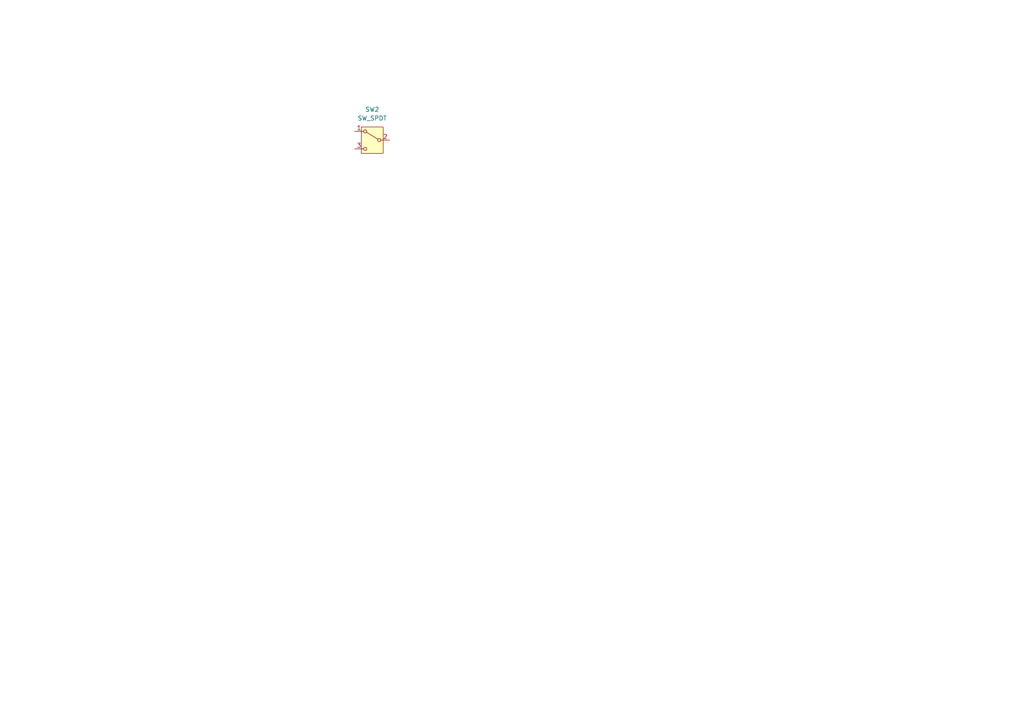
<source format=kicad_sch>
(kicad_sch (version 20250114) (generator "eeschema") (generator_version "9.0")
  (paper "A4")
  (lib_symbols
    (symbol "Switch:SW_SPDT" (pin_names (offset 0) (hide yes))
      (property "Reference" "SW" (at 0 5.08 0))
      (property "Value" "SW_SPDT" (at 0 -5.08 0))
      (symbol "SW_SPDT_0_1"
        (circle (center -2.032 0) (radius 0.4572))
        (polyline (pts (xy -1.651 0.254) (xy 1.651 2.286)))
        (circle (center 2.032 2.54) (radius 0.4572))
        (circle (center 2.032 -2.54) (radius 0.4572))
      )
      (symbol "SW_SPDT_1_1"
        (rectangle (start -3.175 3.81) (end 3.175 -3.81) (fill (type background)))
        (pin passive line (at -5.08 0 0) (length 2.54) (name "B") (number "2"))
        (pin passive line (at 5.08 2.54 180) (length 2.54) (name "A") (number "1"))
        (pin passive line (at 5.08 -2.54 180) (length 2.54) (name "C") (number "3"))
      )
    )
  )
  (symbol (lib_id "Switch:SW_SPDT") (at 107.95 40.64 0) (mirror y) (unit 1)
    (property "Reference" "SW2" (at 107.95 31.75 0))
    (property "Value" "SW_SPDT" (at 107.95 34.29 0))
    (property "Description" "Switch, single pole double throw" (effects (hide yes)))
  )
)
</source>
